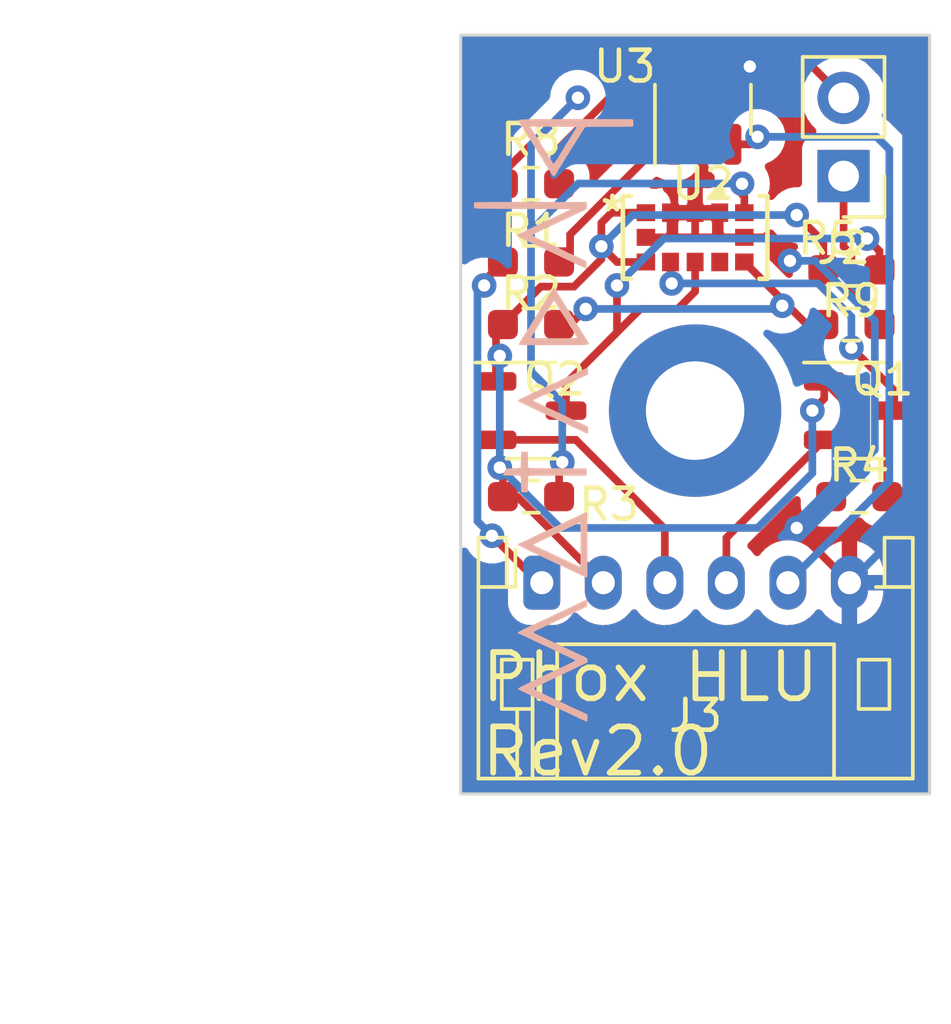
<source format=kicad_pcb>
(kicad_pcb (version 20221018) (generator pcbnew)
  (layers (0 "F.Cu" signal) (31 "B.Cu" signal) (34 "B.Paste" user) (35 "F.Paste" user) (36 "B.SilkS" user "B.Silkscreen") (37 "F.SilkS" user "F.Silkscreen") (38 "B.Mask" user) (39 "F.Mask" user) (44 "Edge.Cuts" user))
  (net 0 "")
  (net 1 "GND")
  (net 2 "+2V8")
  (net 3 "Net-(J2-Pin_1)")
  (net 4 "Net-(J2-Pin_2)")
  (net 5 "/SDA")
  (net 6 "/SCL")
  (net 7 "Net-(Q1-D)")
  (net 8 "Net-(Q2-D)")
  (net 9 "+BATT")
  (net 10 "Net-(U2-GPIO1)")
  (net 11 "Net-(U2-XSHUT)")
  (net 13 "/HALL")
  (net 14 "Net-(U3-VDD)")
  (footprint "Connector_PinHeader_2.54mm:PinHeader_1x02_P2.54mm_Vertical" (layer "F.Cu") (at 143.764 61.219 180)
    (fp_text reference "J2" (at 0 -2.33) (layer "F.SilkS"))
    (fp_text value "2.54-2")
    (pad "1" thru_hole rect (at 0 0 180) (size 1.7 1.7) (drill 1) (layers "*.Cu" "*.Mask") (net 3 "Net-(J2-Pin_1)"))
    (pad "2" thru_hole oval (at 0 2.54 180) (size 1.7 1.7) (drill 1) (layers "*.Cu" "*.Mask") (net 4 "Net-(J2-Pin_2)"))
  )
  (footprint "Resistor_SMD:R_0603_1608Metric_Pad0.98x0.95mm_HandSolder" (layer "F.Cu") (at 133.604 71.628)
    (fp_text reference "R3" (at 2.54 0.254) (layer "F.SilkS"))
    (fp_text value "47k")
    (pad "1" smd roundrect (at -0.9125 0) (size 0.975 0.95) (layers "F.Cu" "F.Paste" "F.Mask") (net 2 "+2V8"))
    (pad "2" smd roundrect (at 0.9125 0) (size 0.975 0.95) (layers "F.Cu" "F.Paste" "F.Mask") (net 11 "Net-(U2-XSHUT)"))
  )
  (footprint "Resistor_SMD:R_0603_1608Metric_Pad0.98x0.95mm_HandSolder" (layer "F.Cu") (at 133.604 61.468)
    (fp_text reference "R8" (at 0 -1.43) (layer "F.SilkS"))
    (fp_text value "1k")
    (pad "1" smd roundrect (at -0.9125 0) (size 0.975 0.95) (layers "F.Cu" "F.Paste" "F.Mask") (net 11 "Net-(U2-XSHUT)"))
    (pad "2" smd roundrect (at 0.9125 0) (size 0.975 0.95) (layers "F.Cu" "F.Paste" "F.Mask") (net 4 "Net-(J2-Pin_2)"))
  )
  (footprint "Package_TO_SOT_SMD:SOT-23-3" (layer "F.Cu") (at 139.192 59.0495 90)
    (fp_text reference "U3" (at 1.3915 -2.54 180) (layer "F.SilkS"))
    (fp_text value "~")
    (pad "1" smd roundrect (at -1.1375 -0.95 90) (size 1.325 0.6) (layers "F.Cu" "F.Paste" "F.Mask") (net 14 "Net-(U3-VDD)"))
    (pad "2" smd roundrect (at -1.1375 0.95 90) (size 1.325 0.6) (layers "F.Cu" "F.Paste" "F.Mask") (net 13 "/HALL"))
    (pad "3" smd roundrect (at 1.1375 0 90) (size 1.325 0.6) (layers "F.Cu" "F.Paste" "F.Mask") (net 1 "GND"))
  )
  (footprint "Resistor_SMD:R_0603_1608Metric_Pad0.98x0.95mm_HandSolder" (layer "F.Cu") (at 133.604 64.008)
    (fp_text reference "R1" (at 0 -1.016) (layer "F.SilkS"))
    (fp_text value "100R")
    (pad "1" smd roundrect (at -0.9125 0) (size 0.975 0.95) (layers "F.Cu" "F.Paste" "F.Mask") (net 9 "+BATT"))
    (pad "2" smd roundrect (at 0.9125 0) (size 0.975 0.95) (layers "F.Cu" "F.Paste" "F.Mask") (net 14 "Net-(U3-VDD)"))
  )
  (footprint "Resistor_SMD:R_0603_1608Metric_Pad0.98x0.95mm_HandSolder" (layer "F.Cu") (at 144.018 64.262)
    (fp_text reference "R5" (at -0.762 -1.016) (layer "F.SilkS"))
    (fp_text value "10k")
    (pad "1" smd roundrect (at -0.9125 0) (size 0.975 0.95) (layers "F.Cu" "F.Paste" "F.Mask") (net 2 "+2V8"))
    (pad "2" smd roundrect (at 0.9125 0) (size 0.975 0.95) (layers "F.Cu" "F.Paste" "F.Mask") (net 8 "Net-(Q2-D)"))
  )
  (footprint "Resistor_SMD:R_0603_1608Metric_Pad0.98x0.95mm_HandSolder" (layer "F.Cu") (at 144.018 66.04)
    (fp_text reference "R9" (at 0 -0.762) (layer "F.SilkS"))
    (fp_text value "1k")
    (pad "1" smd roundrect (at -0.9125 0) (size 0.975 0.95) (layers "F.Cu" "F.Paste" "F.Mask") (net 10 "Net-(U2-GPIO1)"))
    (pad "2" smd roundrect (at 0.9125 0) (size 0.975 0.95) (layers "F.Cu" "F.Paste" "F.Mask") (net 3 "Net-(J2-Pin_1)"))
  )
  (footprint "Resistor_SMD:R_0603_1608Metric_Pad0.98x0.95mm_HandSolder" (layer "F.Cu") (at 133.604 66.04)
    (fp_text reference "R2" (at 0 -1.016) (layer "F.SilkS"))
    (fp_text value "47k")
    (pad "1" smd roundrect (at -0.9125 0) (size 0.975 0.95) (layers "F.Cu" "F.Paste" "F.Mask") (net 2 "+2V8"))
    (pad "2" smd roundrect (at 0.9125 0) (size 0.975 0.95) (layers "F.Cu" "F.Paste" "F.Mask") (net 10 "Net-(U2-GPIO1)"))
  )
  (footprint "Package_TO_SOT_SMD:SOT-23-3" (layer "F.Cu") (at 144.272 68.834)
    (fp_text reference "Q1" (at 0.762 -1.016) (layer "F.SilkS"))
    (fp_text value "BSS138")
    (pad "1" smd roundrect (at -1.1375 -0.95) (size 1.325 0.6) (layers "F.Cu" "F.Paste" "F.Mask") (net 2 "+2V8"))
    (pad "2" smd roundrect (at -1.1375 0.95) (size 1.325 0.6) (layers "F.Cu" "F.Paste" "F.Mask") (net 6 "/SCL"))
    (pad "3" smd roundrect (at 1.1375 0) (size 1.325 0.6) (layers "F.Cu" "F.Paste" "F.Mask") (net 7 "Net-(Q1-D)"))
  )
  (footprint "Package_TO_SOT_SMD:SOT-23-3" (layer "F.Cu") (at 133.604 68.834)
    (fp_text reference "Q2" (at 0.762 -1.016) (layer "F.SilkS"))
    (fp_text value "BSS138")
    (pad "1" smd roundrect (at -1.1375 -0.95) (size 1.325 0.6) (layers "F.Cu" "F.Paste" "F.Mask") (net 2 "+2V8"))
    (pad "2" smd roundrect (at -1.1375 0.95) (size 1.325 0.6) (layers "F.Cu" "F.Paste" "F.Mask") (net 5 "/SDA"))
    (pad "3" smd roundrect (at 1.1375 0) (size 1.325 0.6) (layers "F.Cu" "F.Paste" "F.Mask") (net 8 "Net-(Q2-D)"))
  )
  (footprint "Connector_JST:JST_PH_S6B-PH-K_1x06_P2.00mm_Horizontal" (layer "F.Cu") (at 133.954 74.422)
    (fp_text reference "J3" (at 5 4.318) (layer "F.SilkS"))
    (fp_text value "PH-6")
    (pad "1" thru_hole roundrect (at 0 0) (size 1.2 1.75) (drill 0.75) (layers "*.Cu" "*.Mask") (roundrect_rratio 0.2083333333) (net 9 "+BATT"))
    (pad "2" thru_hole oval (at 2 0) (size 1.2 1.75) (drill 0.75) (layers "*.Cu" "*.Mask") (net 2 "+2V8"))
    (pad "3" thru_hole oval (at 4 0) (size 1.2 1.75) (drill 0.75) (layers "*.Cu" "*.Mask") (net 5 "/SDA"))
    (pad "4" thru_hole oval (at 6 0) (size 1.2 1.75) (drill 0.75) (layers "*.Cu" "*.Mask") (net 6 "/SCL"))
    (pad "5" thru_hole oval (at 8 0) (size 1.2 1.75) (drill 0.75) (layers "*.Cu" "*.Mask") (net 13 "/HALL"))
    (pad "6" thru_hole oval (at 10 0) (size 1.2 1.75) (drill 0.75) (layers "*.Cu" "*.Mask") (net 1 "GND"))
  )
  (footprint "Resistor_SMD:R_0603_1608Metric_Pad0.98x0.95mm_HandSolder" (layer "F.Cu") (at 144.272 71.628)
    (fp_text reference "R4" (at 0 -1.016) (layer "F.SilkS"))
    (fp_text value "10k")
    (pad "1" smd roundrect (at -0.9125 0) (size 0.975 0.95) (layers "F.Cu" "F.Paste" "F.Mask") (net 2 "+2V8"))
    (pad "2" smd roundrect (at 0.9125 0) (size 0.975 0.95) (layers "F.Cu" "F.Paste" "F.Mask") (net 7 "Net-(Q1-D)"))
  )
  (footprint "MountingHole:MountingHole_3.2mm_M3_DIN965_Pad" (layer "F.Cu") (at 138.938 68.834)
    (fp_text reference "REF**" hide)
    (fp_text value "MountingHole_3.2mm_M3_DIN965_Pad" hide)
    (pad "1" thru_hole circle (at 0 0) (size 5.6 5.6) (drill 3.2) (layers "*.Cu" "*.Mask"))
  )
  (footprint "smart_glass:LGA12_STM-M" (layer "F.Cu") (at 138.938 63.207999)
    (fp_text reference "U2" (at 0.254 -1.739999 unlocked) (layer "F.SilkS"))
    (fp_text value "VL53L0CXV0DH/1")
    (fp_text user "*" (at -2.688201 -0.8) (layer "F.SilkS"))
    (fp_text user "*" (at -2.688201 -0.8 unlocked) (layer "F.SilkS"))
    (pad "1" smd rect (at -1.599999 -0.800001 90) (size 0.5508 0.6016) (layers "F.Cu" "F.Paste" "F.Mask") (net 2 "+2V8"))
    (pad "2" smd rect (at -0.800001 -0.800001) (size 0.5508 0.6016) (layers "F.Cu" "F.Paste" "F.Mask") (net 1 "GND"))
    (pad "3" smd rect (at 0 -0.800001) (size 0.5508 0.6016) (layers "F.Cu" "F.Paste" "F.Mask") (net 1 "GND"))
    (pad "4" smd rect (at 0.800001 -0.800001) (size 0.5508 0.6016) (layers "F.Cu" "F.Paste" "F.Mask") (net 1 "GND"))
    (pad "5" smd rect (at 1.599999 -0.800001 90) (size 0.5508 0.6016) (layers "F.Cu" "F.Paste" "F.Mask") (net 11 "Net-(U2-XSHUT)"))
    (pad "6" smd rect (at 1.599999 0 90) (size 0.5508 0.6016) (layers "F.Cu" "F.Paste" "F.Mask") (net 1 "GND"))
    (pad "7" smd rect (at 1.599999 0.800001 90) (size 0.5508 0.6016) (layers "F.Cu" "F.Paste" "F.Mask") (net 10 "Net-(U2-GPIO1)"))
    (pad "8" smd rect (at 0.800001 0.800001) (size 0.5508 0.6016) (layers "F.Cu" "F.Paste" "F.Mask"))
    (pad "9" smd rect (at 0 0.800001) (size 0.5508 0.6016) (layers "F.Cu" "F.Paste" "F.Mask") (net 8 "Net-(Q2-D)"))
    (pad "10" smd rect (at -0.800001 0.800001) (size 0.5508 0.6016) (layers "F.Cu" "F.Paste" "F.Mask") (net 7 "Net-(Q1-D)"))
    (pad "11" smd rect (at -1.599999 0.800001 90) (size 0.5508 0.6016) (layers "F.Cu" "F.Paste" "F.Mask") (net 2 "+2V8"))
    (pad "12" smd rect (at -1.599999 0 90) (size 0.5508 0.6016) (layers "F.Cu" "F.Paste" "F.Mask") (net 1 "GND"))
  )
  (footprint "BLDC_lib:phantom" (layer "B.Cu") (at 134.366 69.088 -90)
    (fp_text reference "G***" hide)
    (fp_text value "LOGO" hide)
  )
  (gr_rect (start 131.318 56.642) (end 146.558 81.28) (stroke (width 0.1)) (fill none) (layer "Edge.Cuts"))
  (gr_text "Phox HLU\nRev2.0" (at 131.894 80.782) (layer "F.SilkS") (effects (font (size 1.5 1.5) (thickness 0.1875)) (justify left bottom)))
  (segment (start 139.192 57.912) (end 140.464 57.912) (width 0.25) (layer "F.Cu") (net 1))
  (segment (start 142.24 72.708) (end 143.954 74.422) (width 0.25) (layer "F.Cu") (net 1))
  (segment (start 138.137999 62.407998) (end 138.137999 63.169998) (width 0.25) (layer "F.Cu") (net 1))
  (segment (start 138.938 63.207999) (end 139.7 63.207999) (width 0.25) (layer "F.Cu") (net 1))
  (segment (start 140.537999 63.207999) (end 141.258226 63.207999) (width 0.25) (layer "F.Cu") (net 1))
  (segment (start 138.938 62.407998) (end 138.938 63.207999) (width 0.25) (layer "F.Cu") (net 1))
  (segment (start 138.137999 63.169998) (end 138.176 63.207999) (width 0.25) (layer "F.Cu") (net 1))
  (segment (start 139.738001 62.407998) (end 139.738001 63.169998) (width 0.25) (layer "F.Cu") (net 1))
  (segment (start 139.7 63.207999) (end 140.537999 63.207999) (width 0.25) (layer "F.Cu") (net 1))
  (segment (start 140.464 57.912) (end 140.716 57.66) (width 0.25) (layer "F.Cu") (net 1))
  (segment (start 138.176 63.207999) (end 138.938 63.207999) (width 0.25) (layer "F.Cu") (net 1))
  (segment (start 141.258226 63.207999) (end 142.020727 63.9705) (width 0.25) (layer "F.Cu") (net 1))
  (segment (start 137.338001 63.207999) (end 138.176 63.207999) (width 0.25) (layer "F.Cu") (net 1))
  (segment (start 142.24 72.644) (end 142.24 72.708) (width 0.25) (layer "F.Cu") (net 1))
  (segment (start 139.738001 63.169998) (end 139.7 63.207999) (width 0.25) (layer "F.Cu") (net 1))
  (via (at 142.24 72.644) (size 0.8) (drill 0.4) (layers "F.Cu" "B.Cu") (net 1))
  (via (at 140.716 57.66) (size 0.8) (drill 0.4) (layers "F.Cu" "B.Cu") (net 1))
  (via (at 142.020727 63.9705) (size 0.8) (drill 0.4) (layers "F.Cu" "B.Cu") (net 1))
  (segment (start 142.020727 63.9705) (end 142.838896 63.9705) (width 0.25) (layer "B.Cu") (net 1))
  (segment (start 142.838896 63.9705) (end 144.78 65.911604) (width 0.25) (layer "B.Cu") (net 1))
  (segment (start 143.954 74.422) (end 145.796 72.58) (width 0.25) (layer "B.Cu") (net 1))
  (segment (start 144.272 57.15) (end 141.226 57.15) (width 0.25) (layer "B.Cu") (net 1))
  (segment (start 144.78 65.911604) (end 144.78 70.104) (width 0.25) (layer "B.Cu") (net 1))
  (segment (start 141.226 57.15) (end 140.716 57.66) (width 0.25) (layer "B.Cu") (net 1))
  (segment (start 145.796 72.58) (end 145.796 58.674) (width 0.25) (layer "B.Cu") (net 1))
  (segment (start 145.796 58.674) (end 144.272 57.15) (width 0.25) (layer "B.Cu") (net 1))
  (segment (start 144.78 70.104) (end 142.24 72.644) (width 0.25) (layer "B.Cu") (net 1))
  (segment (start 143.3595 71.628) (end 144.122 70.8655) (width 0.25) (layer "F.Cu") (net 2))
  (segment (start 143.1055 63.3495) (end 142.24 62.484) (width 0.25) (layer "F.Cu") (net 2))
  (segment (start 136.220002 62.407998) (end 135.89 62.738) (width 0.25) (layer "F.Cu") (net 2))
  (segment (start 132.5875 67.056) (end 132.4665 67.177) (width 0.25) (layer "F.Cu") (net 2))
  (segment (start 132.4665 66.265) (end 132.6915 66.04) (width 0.25) (layer "F.Cu") (net 2))
  (segment (start 134.999495 64.808) (end 135.89 63.917495) (width 0.25) (layer "F.Cu") (net 2))
  (segment (start 133.16 71.628) (end 132.6915 71.628) (width 0.25) (layer "F.Cu") (net 2))
  (segment (start 144.122 68.8715) (end 143.1345 67.884) (width 0.25) (layer "F.Cu") (net 2))
  (segment (start 143.1345 67.884) (end 143.1345 68.4475) (width 0.25) (layer "F.Cu") (net 2))
  (segment (start 135.89 63.5) (end 136.398 64.008) (width 0.25) (layer "F.Cu") (net 2))
  (segment (start 135.89 63.917495) (end 135.89 63.5) (width 0.25) (layer "F.Cu") (net 2))
  (segment (start 136.398 64.008) (end 137.338001 64.008) (width 0.25) (layer "F.Cu") (net 2))
  (segment (start 133.9235 64.808) (end 134.999495 64.808) (width 0.25) (layer "F.Cu") (net 2))
  (segment (start 143.1055 64.262) (end 143.1055 63.3495) (width 0.25) (layer "F.Cu") (net 2))
  (segment (start 143.1345 68.4475) (end 142.748 68.834) (width 0.25) (layer "F.Cu") (net 2))
  (segment (start 135.954 74.422) (end 133.16 71.628) (width 0.25) (layer "F.Cu") (net 2))
  (segment (start 137.338001 62.407998) (end 136.220002 62.407998) (width 0.25) (layer "F.Cu") (net 2))
  (segment (start 132.6915 70.787) (end 132.588 70.6835) (width 0.25) (layer "F.Cu") (net 2))
  (segment (start 132.6915 71.628) (end 132.6915 70.787) (width 0.25) (layer "F.Cu") (net 2))
  (segment (start 132.4665 67.177) (end 132.4665 67.884) (width 0.25) (layer "F.Cu") (net 2))
  (segment (start 132.6915 66.04) (end 133.9235 64.808) (width 0.25) (layer "F.Cu") (net 2))
  (segment (start 135.89 62.738) (end 135.89 63.5) (width 0.25) (layer "F.Cu") (net 2))
  (segment (start 132.4665 67.884) (end 132.4665 66.265) (width 0.25) (layer "F.Cu") (net 2))
  (segment (start 144.122 70.8655) (end 144.122 68.8715) (width 0.25) (layer "F.Cu") (net 2))
  (via (at 132.588 70.6835) (size 0.8) (drill 0.4) (layers "F.Cu" "B.Cu") (net 2))
  (via (at 132.5875 67.056) (size 0.8) (drill 0.4) (layers "F.Cu" "B.Cu") (net 2))
  (via (at 142.24 62.484) (size 0.8) (drill 0.4) (layers "F.Cu" "B.Cu") (net 2))
  (via (at 142.748 68.834) (size 0.8) (drill 0.4) (layers "F.Cu" "B.Cu") (net 2))
  (via (at 135.89 63.5) (size 0.8) (drill 0.4) (layers "F.Cu" "B.Cu") (net 2))
  (segment (start 142.748 68.834) (end 142.748 70.866) (width 0.25) (layer "B.Cu") (net 2))
  (segment (start 140.97 72.644) (end 134.5485 72.644) (width 0.25) (layer "B.Cu") (net 2))
  (segment (start 142.748 70.866) (end 140.97 72.644) (width 0.25) (layer "B.Cu") (net 2))
  (segment (start 134.5485 72.644) (end 132.588 70.6835) (width 0.25) (layer "B.Cu") (net 2))
  (segment (start 132.588 67.0565) (end 132.588 70.6835) (width 0.25) (layer "B.Cu") (net 2))
  (segment (start 136.906 62.484) (end 135.89 63.5) (width 0.25) (layer "B.Cu") (net 2))
  (segment (start 142.24 62.484) (end 136.906 62.484) (width 0.25) (layer "B.Cu") (net 2))
  (segment (start 132.5875 67.056) (end 132.588 67.0565) (width 0.25) (layer "B.Cu") (net 2))
  (segment (start 144.018 65.1275) (end 144.018 63.763305) (width 0.25) (layer "F.Cu") (net 3))
  (segment (start 144.9305 66.04) (end 144.018 65.1275) (width 0.25) (layer "F.Cu") (net 3))
  (segment (start 144.018 63.763305) (end 143.764 63.509305) (width 0.25) (layer "F.Cu") (net 3))
  (segment (start 143.764 63.509305) (end 143.764 61.219) (width 0.25) (layer "F.Cu") (net 3))
  (segment (start 143.764 58.679) (end 142.0205 56.9355) (width 0.25) (layer "F.Cu") (net 4))
  (segment (start 137.902805 56.9245) (end 134.5165 60.310805) (width 0.25) (layer "F.Cu") (net 4))
  (segment (start 134.5165 60.310805) (end 134.5165 61.468) (width 0.25) (layer "F.Cu") (net 4))
  (segment (start 139.549751 56.9355) (end 139.538751 56.9245) (width 0.25) (layer "F.Cu") (net 4))
  (segment (start 142.0205 56.9355) (end 139.549751 56.9355) (width 0.25) (layer "F.Cu") (net 4))
  (segment (start 139.538751 56.9245) (end 137.902805 56.9245) (width 0.25) (layer "F.Cu") (net 4))
  (segment (start 132.4665 69.784) (end 135.062 69.784) (width 0.25) (layer "F.Cu") (net 5))
  (segment (start 135.062 69.784) (end 137.954 72.676) (width 0.25) (layer "F.Cu") (net 5))
  (segment (start 137.954 72.676) (end 137.954 74.422) (width 0.25) (layer "F.Cu") (net 5))
  (segment (start 143.1345 69.784) (end 139.954 72.9645) (width 0.25) (layer "F.Cu") (net 6))
  (segment (start 139.954 72.9645) (end 139.954 74.422) (width 0.25) (layer "F.Cu") (net 6))
  (segment (start 145.1845 69.059) (end 145.4095 68.834) (width 0.25) (layer "F.Cu") (net 7))
  (segment (start 145.4095 68.180242) (end 145.4095 68.834) (width 0.25) (layer "F.Cu") (net 7))
  (segment (start 138.137999 64.665999) (end 138.176 64.704) (width 0.25) (layer "F.Cu") (net 7))
  (segment (start 144.018126 66.788868) (end 145.4095 68.180242) (width 0.25) (layer "F.Cu") (net 7))
  (segment (start 145.1845 71.628) (end 145.1845 69.059) (width 0.25) (layer "F.Cu") (net 7))
  (segment (start 138.137999 64.008) (end 138.137999 64.665999) (width 0.25) (layer "F.Cu") (net 7))
  (via (at 144.018126 66.788868) (size 0.8) (drill 0.4) (layers "F.Cu" "B.Cu") (net 7))
  (via (at 138.176 64.704) (size 0.8) (drill 0.4) (layers "F.Cu" "B.Cu") (net 7))
  (segment (start 142.936 64.704) (end 138.176 64.704) (width 0.25) (layer "B.Cu") (net 7))
  (segment (start 144.018126 66.788868) (end 144.018126 65.786126) (width 0.25) (layer "B.Cu") (net 7))
  (segment (start 144.018126 65.786126) (end 142.936 64.704) (width 0.25) (layer "B.Cu") (net 7))
  (segment (start 144.9305 64.262) (end 144.9305 63.6505) (width 0.25) (layer "F.Cu") (net 8))
  (segment (start 137.16 65.532) (end 136.144 66.548) (width 0.25) (layer "F.Cu") (net 8))
  (segment (start 136.144 66.548) (end 134.7415 67.9505) (width 0.25) (layer "F.Cu") (net 8))
  (segment (start 136.398 64.77) (end 136.398 66.294) (width 0.25) (layer "F.Cu") (net 8))
  (segment (start 138.373305 65.532) (end 137.16 65.532) (width 0.25) (layer "F.Cu") (net 8))
  (segment (start 138.938 64.967305) (end 138.373305 65.532) (width 0.25) (layer "F.Cu") (net 8))
  (segment (start 138.938 64.008) (end 138.938 64.967305) (width 0.25) (layer "F.Cu") (net 8))
  (segment (start 134.7415 67.9505) (end 134.7415 68.834) (width 0.25) (layer "F.Cu") (net 8))
  (segment (start 136.398 66.294) (end 136.144 66.548) (width 0.25) (layer "F.Cu") (net 8))
  (segment (start 144.9305 63.6505) (end 144.526 63.246) (width 0.25) (layer "F.Cu") (net 8))
  (via (at 144.526 63.246) (size 0.8) (drill 0.4) (layers "F.Cu" "B.Cu") (net 8))
  (via (at 136.398 64.77) (size 0.8) (drill 0.4) (layers "F.Cu" "B.Cu") (net 8))
  (segment (start 144.526 63.246) (end 137.922 63.246) (width 0.25) (layer "B.Cu") (net 8))
  (segment (start 137.922 63.246) (end 136.398 64.77) (width 0.25) (layer "B.Cu") (net 8))
  (segment (start 132.08 64.77) (end 132.08 64.6195) (width 0.25) (layer "F.Cu") (net 9))
  (segment (start 133.954 74.422) (end 133.858 74.422) (width 0.25) (layer "F.Cu") (net 9))
  (segment (start 132.08 64.6195) (end 132.6915 64.008) (width 0.25) (layer "F.Cu") (net 9))
  (segment (start 133.858 74.422) (end 132.334 72.898) (width 0.25) (layer "F.Cu") (net 9))
  (via (at 132.334 72.898) (size 0.8) (drill 0.4) (layers "F.Cu" "B.Cu") (net 9))
  (via (at 132.08 64.77) (size 0.8) (drill 0.4) (layers "F.Cu" "B.Cu") (net 9))
  (segment (start 131.863 64.987) (end 132.08 64.77) (width 0.25) (layer "B.Cu") (net 9))
  (segment (start 132.334 72.898) (end 131.863 72.427) (width 0.25) (layer "B.Cu") (net 9))
  (segment (start 131.863 72.427) (end 131.863 64.987) (width 0.25) (layer "B.Cu") (net 9))
  (segment (start 134.874 66.04) (end 135.382 65.532) (width 0.25) (layer "F.Cu") (net 10))
  (segment (start 134.5165 66.04) (end 134.874 66.04) (width 0.25) (layer "F.Cu") (net 10))
  (segment (start 141.008 64.478) (end 142.569999 66.04) (width 0.25) (layer "F.Cu") (net 10))
  (segment (start 140.537999 64.008) (end 141.008 64.478) (width 0.25) (layer "F.Cu") (net 10))
  (segment (start 142.569999 66.04) (end 143.1055 66.04) (width 0.25) (layer "F.Cu") (net 10))
  (via (at 135.382 65.532) (size 0.8) (drill 0.4) (layers "F.Cu" "B.Cu") (net 10))
  (via (at 141.77 65.4285) (size 0.8) (drill 0.4) (layers "F.Cu" "B.Cu") (net 10))
  (segment (start 135.382 65.532) (end 141.6665 65.532) (width 0.25) (layer "B.Cu") (net 10))
  (segment (start 141.6665 65.532) (end 141.77 65.4285) (width 0.25) (layer "B.Cu") (net 10))
  (segment (start 135.128 58.674) (end 132.6915 61.1105) (width 0.25) (layer "F.Cu") (net 11))
  (segment (start 140.462 61.468) (end 140.462 61.806599) (width 0.25) (layer "F.Cu") (net 11))
  (segment (start 140.537999 61.882598) (end 140.537999 62.407998) (width 0.25) (layer "F.Cu") (net 11))
  (segment (start 134.62 70.5085) (end 134.5165 70.612) (width 0.25) (layer "F.Cu") (net 11))
  (segment (start 134.5165 70.612) (end 134.5165 71.628) (width 0.25) (layer "F.Cu") (net 11))
  (segment (start 140.462 61.806599) (end 140.537999 61.882598) (width 0.25) (layer "F.Cu") (net 11))
  (segment (start 132.6915 61.1105) (end 132.6915 61.468) (width 0.25) (layer "F.Cu") (net 11))
  (via (at 135.128 58.674) (size 0.8) (drill 0.4) (layers "F.Cu" "B.Cu") (net 11))
  (via (at 140.462 61.468) (size 0.8) (drill 0.4) (layers "F.Cu" "B.Cu") (net 11))
  (via (at 134.62 70.5085) (size 0.8) (drill 0.4) (layers "F.Cu" "B.Cu") (net 11))
  (segment (start 140.462 61.468) (end 140.454 61.46) (width 0.25) (layer "B.Cu") (net 11))
  (segment (start 134.62 68.58) (end 133.604 67.564) (width 0.25) (layer "B.Cu") (net 11))
  (segment (start 133.604 60.198) (end 135.128 58.674) (width 0.25) (layer "B.Cu") (net 11))
  (segment (start 133.604 67.564) (end 133.604 62.992) (width 0.25) (layer "B.Cu") (net 11))
  (segment (start 133.604 62.992) (end 134.112 62.484) (width 0.25) (layer "B.Cu") (net 11))
  (segment (start 135.136 61.46) (end 134.112 62.484) (width 0.25) (layer "B.Cu") (net 11))
  (segment (start 134.62 70.5085) (end 134.62 68.58) (width 0.25) (layer "B.Cu") (net 11))
  (segment (start 133.604 62.992) (end 133.604 60.198) (width 0.25) (layer "B.Cu") (net 11))
  (segment (start 140.454 61.46) (end 135.136 61.46) (width 0.25) (layer "B.Cu") (net 11))
  (segment (start 140.727 60.187) (end 140.97 59.944) (width 0.25) (layer "F.Cu") (net 13))
  (segment (start 140.142 60.187) (end 140.727 60.187) (width 0.25) (layer "F.Cu") (net 13))
  (via (at 140.97 59.944) (size 0.8) (drill 0.4) (layers "F.Cu" "B.Cu") (net 13))
  (segment (start 145.251 71.125) (end 141.954 74.422) (width 0.25) (layer "B.Cu") (net 13))
  (segment (start 140.97 59.944) (end 144.839 59.944) (width 0.25) (layer "B.Cu") (net 13))
  (segment (start 144.839 59.944) (end 145.251 60.356) (width 0.25) (layer "B.Cu") (net 13))
  (segment (start 145.251 60.356) (end 145.251 71.125) (width 0.25) (layer "B.Cu") (net 13))
  (segment (start 137.793604 60.198) (end 137.988 60.198) (width 0.25) (layer "F.Cu") (net 14))
  (segment (start 134.5165 64.008) (end 134.5165 63.751) (width 0.25) (layer "F.Cu") (net 14))
  (segment (start 134.5165 64.008) (end 134.874 63.6505) (width 0.25) (layer "F.Cu") (net 14))
  (segment (start 134.874 63.6505) (end 134.874 63.117604) (width 0.25) (layer "F.Cu") (net 14))
  (segment (start 134.874 63.117604) (end 137.793604 60.198) (width 0.25) (layer "F.Cu") (net 14))
  (zone (net 1) (net_name "GND") (layers "F&B.Cu") (connect_pads (clearance 0.5)) (min_thickness 0.25) (fill yes (thermal_gap 0.5) (thermal_bridge_width 0.5))
    (polygon (pts (xy 131.318 56.642) (xy 146.558 56.642) (xy 146.558 81.28) (xy 131.318 81.28)))
  )
)
</source>
